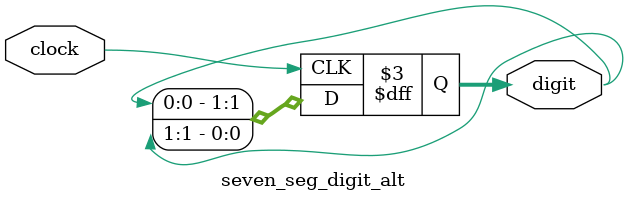
<source format=v>
module seven_seg_digit_alt(clock, digit);
	input clock;
	output reg [1:0] digit;
	
	// Valor inicial dos dígitos
//	initial begin
//		digit = 4'b1110; // Dígito 1 - MSB; Dígito 4 - LSB;
//	end
//	
//	always @(posedge clock) begin
//		digit <= {digit[2:0], digit[3]}; // Desloca o bit mais significativo para o final, tornando ele o menos significativo.
//	end
	initial begin 
		digit = 2'b10;
	end
	
	always @(posedge clock) begin
		  //Q = 0; // Atribuição direta para Q
		digit <= {digit[0], digit[1]};
	
	end
	
endmodule

</source>
